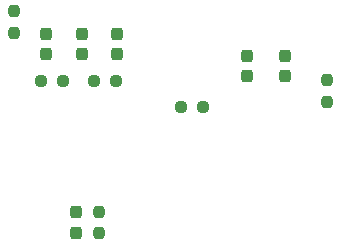
<source format=gbr>
G04 #@! TF.GenerationSoftware,KiCad,Pcbnew,7.0.10-7.0.10~ubuntu22.04.1*
G04 #@! TF.CreationDate,2024-01-06T14:45:44-05:00*
G04 #@! TF.ProjectId,Teensy41_DualMotor,5465656e-7379-4343-915f-4475616c4d6f,1*
G04 #@! TF.SameCoordinates,Original*
G04 #@! TF.FileFunction,Paste,Bot*
G04 #@! TF.FilePolarity,Positive*
%FSLAX46Y46*%
G04 Gerber Fmt 4.6, Leading zero omitted, Abs format (unit mm)*
G04 Created by KiCad (PCBNEW 7.0.10-7.0.10~ubuntu22.04.1) date 2024-01-06 14:45:44*
%MOMM*%
%LPD*%
G01*
G04 APERTURE LIST*
G04 Aperture macros list*
%AMRoundRect*
0 Rectangle with rounded corners*
0 $1 Rounding radius*
0 $2 $3 $4 $5 $6 $7 $8 $9 X,Y pos of 4 corners*
0 Add a 4 corners polygon primitive as box body*
4,1,4,$2,$3,$4,$5,$6,$7,$8,$9,$2,$3,0*
0 Add four circle primitives for the rounded corners*
1,1,$1+$1,$2,$3*
1,1,$1+$1,$4,$5*
1,1,$1+$1,$6,$7*
1,1,$1+$1,$8,$9*
0 Add four rect primitives between the rounded corners*
20,1,$1+$1,$2,$3,$4,$5,0*
20,1,$1+$1,$4,$5,$6,$7,0*
20,1,$1+$1,$6,$7,$8,$9,0*
20,1,$1+$1,$8,$9,$2,$3,0*%
G04 Aperture macros list end*
%ADD10RoundRect,0.237500X0.237500X-0.250000X0.237500X0.250000X-0.237500X0.250000X-0.237500X-0.250000X0*%
%ADD11RoundRect,0.237500X-0.250000X-0.237500X0.250000X-0.237500X0.250000X0.237500X-0.250000X0.237500X0*%
%ADD12RoundRect,0.237500X-0.237500X0.250000X-0.237500X-0.250000X0.237500X-0.250000X0.237500X0.250000X0*%
%ADD13RoundRect,0.237500X-0.237500X0.300000X-0.237500X-0.300000X0.237500X-0.300000X0.237500X0.300000X0*%
%ADD14RoundRect,0.237500X0.237500X-0.300000X0.237500X0.300000X-0.237500X0.300000X-0.237500X-0.300000X0*%
G04 APERTURE END LIST*
D10*
X81750000Y-129412500D03*
X81750000Y-127587500D03*
X101000000Y-118250000D03*
X101000000Y-116425000D03*
D11*
X90500000Y-118750000D03*
X88675000Y-118750000D03*
X81337500Y-116500000D03*
X83162500Y-116500000D03*
X76837500Y-116500000D03*
X78662500Y-116500000D03*
D12*
X74500000Y-110587500D03*
X74500000Y-112412500D03*
D13*
X79750000Y-127637500D03*
X79750000Y-129362500D03*
D14*
X97500000Y-116112500D03*
X97500000Y-114387500D03*
X94250000Y-116112500D03*
X94250000Y-114387500D03*
D13*
X83250000Y-112525000D03*
X83250000Y-114250000D03*
X80250000Y-112525000D03*
X80250000Y-114250000D03*
X77250000Y-112525000D03*
X77250000Y-114250000D03*
M02*

</source>
